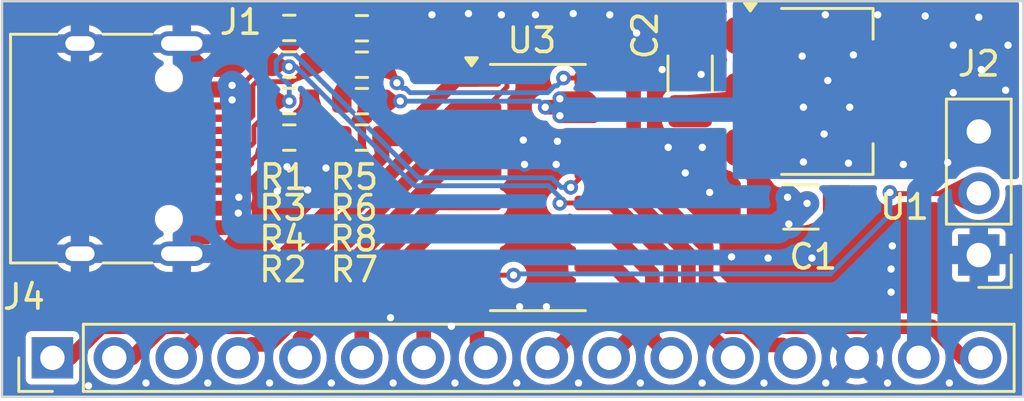
<source format=kicad_pcb>
(kicad_pcb (version 20241229) (generator "pcbnew") (generator_version "9.0")
  (layers (0 "F.Cu" signal) (2 "B.Cu" signal) (13 "F.Paste" user) (15 "B.Paste" user) (5 "F.SilkS" user "F.Silks") (7 "B.SilkS" user "B.Silks") (1 "F.Mask" user) (3 "B.Mask" user) (25 "Edge.Cuts" user))
  (net 0 "")
  (net 1 "GND")
  (net 2 "Net-(U1-VI)")
  (net 3 "VCC")
  (net 4 "Net-(J1-CC1)")
  (net 5 "Net-(J1-D+-PadA6)")
  (net 6 "Net-(J1-D--PadA7)")
  (net 8 "Net-(J1-CC2)")
  (net 10 "Net-(J2-Pin_2)")
  (net 11 "Net-(J4-Pin_10)")
  (net 12 "Net-(J4-Pin_1)")
  (net 13 "Net-(J4-Pin_3)")
  (net 14 "Net-(J4-Pin_4)")
  (net 15 "Net-(J4-Pin_5)")
  (net 16 "Net-(J4-Pin_11)")
  (net 17 "Net-(J4-Pin_12)")
  (net 18 "Net-(J4-Pin_13)")
  (net 19 "Net-(J4-Pin_2)")
  (net 20 "Net-(J4-Pin_6)")
  (net 21 "Net-(J4-Pin_16)")
  (net 22 "Net-(J4-Pin_9)")
  (net 23 "Net-(J4-Pin_8)")
  (footprint "Connector_PinHeader_2.54mm:PinHeader_1x03_P2.54mm_Vertical" (layer "F.Cu") (at 167.1 124.225 180)
    (property "Reference" "J2" (at 0 7.859 0) (layer "F.SilkS"))
    (property "Value" "Conn_01x03_Pin" (hide yes))
    (fp_line (start 1.33 1.27) (end 1.33 6.41) (stroke (width 0.12)) (layer "F.SilkS"))
    (fp_line (start -1.33 6.41) (end 1.33 6.41) (stroke (width 0.12)) (layer "F.SilkS"))
    (fp_line (start -1.33 1.27) (end 1.33 1.27) (stroke (width 0.12)) (layer "F.SilkS"))
    (fp_line (start -1.33 1.27) (end -1.33 6.41) (stroke (width 0.12)) (layer "F.SilkS"))
    (fp_line (start -1.33 0) (end -1.33 -1.33) (stroke (width 0.12)) (layer "F.SilkS"))
    (fp_line (start -1.33 -1.33) (end 0 -1.33) (stroke (width 0.12)) (layer "F.SilkS"))
    (pad "1" thru_hole rect (at 0 0 180) (size 1.7 1.7) (drill 1) (layers "*.Cu" "*.Mask") (net 1 "GND"))
    (pad "2" thru_hole oval (at 0 2.54 180) (size 1.7 1.7) (drill 1) (layers "*.Cu" "*.Mask") (net 10 "Net-(J2-Pin_2)"))
    (pad "3" thru_hole oval (at 0 5.08 180) (size 1.7 1.7) (drill 1) (layers "*.Cu" "*.Mask") (net 3 "VCC"))
  )
  (footprint "Capacitor_SMD:C_1206_3216Metric_Pad1.33x1.80mm_HandSolder" (layer "F.Cu") (at 159.8 122.25)
    (property "Reference" "C1" (at 0.5 2.05 0) (layer "F.SilkS"))
    (property "Value" "C" (hide yes))
    (fp_line (start -0.711252 -0.91) (end 0.711252 -0.91) (stroke (width 0.12)) (layer "F.SilkS"))
    (fp_line (start -0.711252 0.91) (end 0.711252 0.91) (stroke (width 0.12)) (layer "F.SilkS"))
    (pad "1" smd roundrect (at -1.5625 0) (size 1.325 1.8) (layers "F.Cu" "F.Mask" "F.Paste") (roundrect_rratio 0.188679) (net 2 "Net-(U1-VI)"))
    (pad "2" smd roundrect (at 1.5625 0) (size 1.325 1.8) (layers "F.Cu" "F.Mask" "F.Paste") (roundrect_rratio 0.188679) (net 1 "GND"))
  )
  (footprint "Connector_USB:USB_C_Receptacle_HRO_TYPE-C-31-M-12" (layer "F.Cu") (at 131.25 119.85 -90)
    (property "Reference" "J1" (at -5.2 -5.55 0) (layer "F.SilkS"))
    (property "Value" "USB_C_Receptacle_USB2.0" (hide yes))
    (fp_line (start -4.7 3.9) (end -4.7 2) (stroke (width 0.12)) (layer "F.SilkS"))
    (fp_line (start 4.7 3.9) (end -4.7 3.9) (stroke (width 0.12)) (layer "F.SilkS"))
    (fp_line (start 4.7 3.9) (end 4.7 2) (stroke (width 0.12)) (layer "F.SilkS"))
    (fp_line (start -4.7 0.1) (end -4.7 -1.9) (stroke (width 0.12)) (layer "F.SilkS"))
    (fp_line (start 4.7 0.1) (end 4.7 -1.9) (stroke (width 0.12)) (layer "F.SilkS"))
    (pad "" np_thru_hole circle (at -2.89 -2.6 270) (size 0.65 0.65) (drill 0.65) (layers "*.Cu" "*.Mask"))
    (pad "" np_thru_hole circle (at 2.89 -2.6 270) (size 0.65 0.65) (drill 0.65) (layers "*.Cu" "*.Mask"))
    (pad "A1" smd rect (at -3.25 -4.045 270) (size 0.6 1.45) (layers "F.Cu" "F.Mask" "F.Paste") (net 1 "GND"))
    (pad "A4" smd rect (at -2.45 -4.045 270) (size 0.6 1.45) (layers "F.Cu" "F.Mask" "F.Paste") (net 2 "Net-(U1-VI)"))
    (pad "A5" smd rect (at -1.25 -4.045 270) (size 0.3 1.45) (layers "F.Cu" "F.Mask" "F.Paste") (net 4 "Net-(J1-CC1)"))
    (pad "A6" smd rect (at -0.25 -4.045 270) (size 0.3 1.45) (layers "F.Cu" "F.Mask" "F.Paste") (net 5 "Net-(J1-D+-PadA6)"))
    (pad "A7" smd rect (at 0.25 -4.045 270) (size 0.3 1.45) (layers "F.Cu" "F.Mask" "F.Paste") (net 6 "Net-(J1-D--PadA7)"))
    (pad "A8" smd rect (at 1.25 -4.045 270) (size 0.3 1.45) (layers "F.Cu" "F.Mask" "F.Paste"))
    (pad "A9" smd rect (at 2.45 -4.045 270) (size 0.6 1.45) (layers "F.Cu" "F.Mask" "F.Paste") (net 2 "Net-(U1-VI)"))
    (pad "A12" smd rect (at 3.25 -4.045 270) (size 0.6 1.45) (layers "F.Cu" "F.Mask" "F.Paste") (net 1 "GND"))
    (pad "B1" smd rect (at 3.25 -4.045 270) (size 0.6 1.45) (layers "F.Cu" "F.Mask" "F.Paste") (net 1 "GND"))
    (pad "B4" smd rect (at 2.45 -4.045 270) (size 0.6 1.45) (layers "F.Cu" "F.Mask" "F.Paste") (net 2 "Net-(U1-VI)"))
    (pad "B5" smd rect (at 1.75 -4.045 270) (size 0.3 1.45) (layers "F.Cu" "F.Mask" "F.Paste") (net 8 "Net-(J1-CC2)"))
    (pad "B6" smd rect (at 0.75 -4.045 270) (size 0.3 1.45) (layers "F.Cu" "F.Mask" "F.Paste") (net 5 "Net-(J1-D+-PadA6)"))
    (pad "B7" smd rect (at -0.75 -4.045 270) (size 0.3 1.45) (layers "F.Cu" "F.Mask" "F.Paste") (net 6 "Net-(J1-D--PadA7)"))
    (pad "B8" smd rect (at -1.75 -4.045 270) (size 0.3 1.45) (layers "F.Cu" "F.Mask" "F.Paste"))
    (pad "B9" smd rect (at -2.45 -4.045 270) (size 0.6 1.45) (layers "F.Cu" "F.Mask" "F.Paste") (net 2 "Net-(U1-VI)"))
    (pad "B12" smd rect (at -3.25 -4.045 270) (size 0.6 1.45) (layers "F.Cu" "F.Mask" "F.Paste") (net 1 "GND"))
    (pad "S1" thru_hole oval (at -4.32 -3.13 270) (size 1 2.1) (drill oval 0.6 1.7) (layers "*.Cu" "*.Mask") (net 1 "GND"))
    (pad "S1" thru_hole oval (at -4.32 1.05 270) (size 1 1.6) (drill oval 0.6 1.2) (layers "*.Cu" "*.Mask") (net 1 "GND"))
    (pad "S1" thru_hole oval (at 4.32 -3.13 270) (size 1 2.1) (drill oval 0.6 1.7) (layers "*.Cu" "*.Mask") (net 1 "GND"))
    (pad "S1" thru_hole oval (at 4.32 1.05 270) (size 1 1.6) (drill oval 0.6 1.2) (layers "*.Cu" "*.Mask") (net 1 "GND"))
  )
  (footprint "Package_SO:SOP-16_3.9x9.9mm_P1.27mm" (layer "F.Cu") (at 149 121.45)
    (property "Reference" "U3" (at -0.25 -6.05 180) (layer "F.SilkS"))
    (property "Value" "CH32V003AxMx" (hide yes))
    (fp_line (start 0 -5.06) (end -1.95 -5.06) (stroke (width 0.12)) (layer "F.SilkS"))
    (fp_line (start 0 -5.06) (end 1.95 -5.06) (stroke (width 0.12)) (layer "F.SilkS"))
    (fp_line (start 0 5.06) (end -1.95 5.06) (stroke (width 0.12)) (layer "F.SilkS"))
    (fp_line (start 0 5.06) (end 1.95 5.06) (stroke (width 0.12)) (layer "F.SilkS"))
    (fp_poly (pts (xy -2.725 -5.005) (xy -2.965 -5.335) (xy -2.485 -5.335)) (stroke (width 0.12)) (fill yes) (layer "F.SilkS"))
    (pad "1" smd roundrect (at -2.5 -4.445) (size 2 0.6) (layers "F.Cu" "F.Mask" "F.Paste") (net 12 "Net-(J4-Pin_1)"))
    (pad "2" smd roundrect (at -2.5 -3.175) (size 2 0.6) (layers "F.Cu" "F.Mask" "F.Paste") (net 19 "Net-(J4-Pin_2)"))
    (pad "3" smd roundrect (at -2.5 -1.905) (size 2 0.6) (layers "F.Cu" "F.Mask" "F.Paste") (net 13 "Net-(J4-Pin_3)"))
    (pad "4" smd roundrect (at -2.5 -0.635) (size 2 0.6) (layers "F.Cu" "F.Mask" "F.Paste") (net 14 "Net-(J4-Pin_4)"))
    (pad "5" smd roundrect (at -2.5 0.635) (size 2 0.6) (layers "F.Cu" "F.Mask" "F.Paste") (net 15 "Net-(J4-Pin_5)"))
    (pad "6" smd roundrect (at -2.5 1.905) (size 2 0.6) (layers "F.Cu" "F.Mask" "F.Paste") (net 20 "Net-(J4-Pin_6)"))
    (pad "7" smd roundrect (at -2.5 3.175) (size 2 0.6) (layers "F.Cu" "F.Mask" "F.Paste") (net 10 "Net-(J2-Pin_2)"))
    (pad "8" smd roundrect (at -2.5 4.445) (size 2 0.6) (layers "F.Cu" "F.Mask" "F.Paste") (net 23 "Net-(J4-Pin_8)"))
    (pad "9" smd roundrect (at 2.5 4.445) (size 2 0.6) (layers "F.Cu" "F.Mask" "F.Paste") (net 22 "Net-(J4-Pin_9)"))
    (pad "10" smd roundrect (at 2.5 3.175) (size 2 0.6) (layers "F.Cu" "F.Mask" "F.Paste") (net 11 "Net-(J4-Pin_10)"))
    (pad "11" smd roundrect (at 2.5 1.905) (size 2 0.6) (layers "F.Cu" "F.Mask" "F.Paste") (net 16 "Net-(J4-Pin_11)"))
    (pad "12" smd roundrect (at 2.5 0.635) (size 2 0.6) (layers "F.Cu" "F.Mask" "F.Paste") (net 17 "Net-(J4-Pin_12)"))
    (pad "13" smd roundrect (at 2.5 -0.635) (size 2 0.6) (layers "F.Cu" "F.Mask" "F.Paste") (net 18 "Net-(J4-Pin_13)"))
    (pad "14" smd roundrect (at 2.5 -1.905) (size 2 0.6) (layers "F.Cu" "F.Mask" "F.Paste") (net 1 "GND"))
    (pad "15" smd roundrect (at 2.5 -3.175) (size 2 0.6) (layers "F.Cu" "F.Mask" "F.Paste") (net 3 "VCC"))
    (pad "16" smd roundrect (at 2.5 -4.445) (size 2 0.6) (layers "F.Cu" "F.Mask" "F.Paste") (net 21 "Net-(J4-Pin_16)"))
  )
  (footprint "Connector_PinHeader_2.54mm:PinHeader_1x16_P2.54mm_Vertical" (layer "F.Cu") (at 129.07 128.45 90)
    (property "Reference" "J4" (at 2.5 -1.17 180) (layer "F.SilkS"))
    (property "Value" "Conn_01x16_Pin" (hide yes))
    (fp_line (start -1.38 -1.38) (end 0 -1.38) (stroke (width 0.12)) (layer "F.SilkS"))
    (fp_line (start -1.38 0) (end -1.38 -1.38) (stroke (width 0.12)) (layer "F.SilkS"))
    (fp_line (start 1.38 1.27) (end 1.38 39.48) (stroke (width 0.12)) (layer "F.SilkS"))
    (fp_line (start -1.38 1.27) (end 1.38 1.27) (stroke (width 0.12)) (layer "F.SilkS"))
    (fp_line (start -1.38 1.27) (end -1.38 39.48) (stroke (width 0.12)) (layer "F.SilkS"))
    (fp_line (start -1.38 39.48) (end 1.38 39.48) (stroke (width 0.12)) (layer "F.SilkS"))
    (pad "1" thru_hole rect (at 0 0 90) (size 1.7 1.7) (drill 1) (layers "*.Cu" "*.Mask") (net 12 "Net-(J4-Pin_1)"))
    (pad "2" thru_hole circle (at 0 2.54 90) (size 1.7 1.7) (drill 1) (layers "*.Cu" "*.Mask") (net 19 "Net-(J4-Pin_2)"))
    (pad "3" thru_hole circle (at 0 5.08 90) (size 1.7 1.7) (drill 1) (layers "*.Cu" "*.Mask") (net 13 "Net-(J4-Pin_3)"))
    (pad "4" thru_hole circle (at 0 7.62 90) (size 1.7 1.7) (drill 1) (layers "*.Cu" "*.Mask") (net 14 "Net-(J4-Pin_4)"))
    (pad "5" thru_hole circle (at 0 10.16 90) (size 1.7 1.7) (drill 1) (layers "*.Cu" "*.Mask") (net 15 "Net-(J4-Pin_5)"))
    (pad "6" thru_hole circle (at 0 12.7 90) (size 1.7 1.7) (drill 1) (layers "*.Cu" "*.Mask") (net 20 "Net-(J4-Pin_6)"))
    (pad "7" thru_hole circle (at 0 15.24 90) (size 1.7 1.7) (drill 1) (layers "*.Cu" "*.Mask") (net 10 "Net-(J2-Pin_2)"))
    (pad "8" thru_hole circle (at 0 17.78 90) (size 1.7 1.7) (drill 1) (layers "*.Cu" "*.Mask") (net 23 "Net-(J4-Pin_8)"))
    (pad "9" thru_hole circle (at 0 20.32 90) (size 1.7 1.7) (drill 1) (layers "*.Cu" "*.Mask") (net 22 "Net-(J4-Pin_9)"))
    (pad "10" thru_hole circle (at 0 22.86 90) (size 1.7 1.7) (drill 1) (layers "*.Cu" "*.Mask") (net 11 "Net-(J4-Pin_10)"))
    (pad "11" thru_hole circle (at 0 25.4 90) (size 1.7 1.7) (drill 1) (layers "*.Cu" "*.Mask") (net 16 "Net-(J4-Pin_11)"))
    (pad "12" thru_hole circle (at 0 27.94 90) (size 1.7 1.7) (drill 1) (layers "*.Cu" "*.Mask") (net 17 "Net-(J4-Pin_12)"))
    (pad "13" thru_hole circle (at 0 30.48 90) (size 1.7 1.7) (drill 1) (layers "*.Cu" "*.Mask") (net 18 "Net-(J4-Pin_13)"))
    (pad "14" thru_hole circle (at 0 33.02 90) (size 1.7 1.7) (drill 1) (layers "*.Cu" "*.Mask") (net 1 "GND"))
    (pad "15" thru_hole circle (at 0 35.56 90) (size 1.7 1.7) (drill 1) (layers "*.Cu" "*.Mask") (net 3 "VCC"))
    (pad "16" thru_hole circle (at 0 38.1 90) (size 1.7 1.7) (drill 1) (layers "*.Cu" "*.Mask") (net 21 "Net-(J4-Pin_16)"))
  )
  (footprint "Capacitor_SMD:C_1206_3216Metric_Pad1.33x1.80mm_HandSolder" (layer "F.Cu") (at 155.25 116.75 90)
    (property "Reference" "C2" (at 1.55 -1.85 90) (layer "F.SilkS"))
    (property "Value" "C")
    (fp_line (start -0.711252 -0.91) (end 0.711252 -0.91) (stroke (width 0.12)) (layer "F.SilkS"))
    (fp_line (start -0.711252 0.91) (end 0.711252 0.91) (stroke (width 0.12)) (layer "F.SilkS"))
    (pad "1" smd roundrect (at -1.5625 0 90) (size 1.325 1.8) (layers "F.Cu" "F.Mask" "F.Paste") (roundrect_rratio 0.188679) (net 3 "VCC"))
    (pad "2" smd roundrect (at 1.5625 0 90) (size 1.325 1.8) (layers "F.Cu" "F.Mask" "F.Paste") (roundrect_rratio 0.188679) (net 1 "GND"))
  )
  (footprint "Resistor_SMD:R_0603_1608Metric" (layer "F.Cu") (at 141.775 114.903936)
    (property "Reference" "R5" (at -0.312134 6.118996 0) (layer "F.SilkS"))
    (property "Value" "R_US" (hide yes))
    (fp_line (start -0.237258 -0.5225) (end 0.237258 -0.5225) (stroke (width 0.12)) (layer "F.SilkS"))
    (fp_line (start -0.237258 0.5225) (end 0.237258 0.5225) (stroke (width 0.12)) (layer "F.SilkS"))
    (pad "1" smd roundrect (at -0.825 0) (size 0.8 0.95) (layers "F.Cu" "F.Mask" "F.Paste") (net 6 "Net-(J1-D--PadA7)"))
    (pad "2" smd roundrect (at 0.825 0) (size 0.8 0.95) (layers "F.Cu" "F.Mask" "F.Paste") (net 19 "Net-(J4-Pin_2)"))
  )
  (footprint "Resistor_SMD:R_0603_1608Metric" (layer "F.Cu") (at 138.793933 116.392409 180)
    (property "Reference" "R3" (at 0.256067 -5.897188 0) (layer "F.SilkS"))
    (property "Value" "R_US" (hide yes))
    (fp_line (start 0.237258 0.5225) (end -0.237258 0.5225) (stroke (width 0.12)) (layer "F.SilkS"))
    (fp_line (start 0.237258 -0.5225) (end -0.237258 -0.5225) (stroke (width 0.12)) (layer "F.SilkS"))
    (pad "1" smd roundrect (at -0.825 0 180) (size 0.8 0.95) (layers "F.Cu" "F.Mask" "F.Paste") (net 6 "Net-(J1-D--PadA7)"))
    (pad "2" smd roundrect (at 0.825 0 180) (size 0.8 0.95) (layers "F.Cu" "F.Mask" "F.Paste") (net 17 "Net-(J4-Pin_12)"))
  )
  (footprint "Resistor_SMD:R_0603_1608Metric" (layer "F.Cu") (at 141.775 116.401968)
    (property "Reference" "R6" (at -0.331067 5.88763 0) (layer "F.SilkS"))
    (property "Value" "R_US" (hide yes))
    (fp_line (start -0.237258 -0.5225) (end 0.237258 -0.5225) (stroke (width 0.12)) (layer "F.SilkS"))
    (fp_line (start -0.237258 0.5225) (end 0.237258 0.5225) (stroke (width 0.12)) (layer "F.SilkS"))
    (pad "1" smd roundrect (at -0.825 0) (size 0.8 0.95) (layers "F.Cu" "F.Mask" "F.Paste") (net 6 "Net-(J1-D--PadA7)"))
    (pad "2" smd roundrect (at 0.825 0) (size 0.8 0.95) (layers "F.Cu" "F.Mask" "F.Paste") (net 21 "Net-(J4-Pin_16)"))
  )
  (footprint "Resistor_SMD:R_0603_1608Metric" (layer "F.Cu") (at 138.793933 117.89522 180)
    (property "Reference" "R4" (at 0.256067 -5.661042 0) (layer "F.SilkS"))
    (property "Value" "R_US" (hide yes))
    (fp_line (start 0.237258 0.5225) (end -0.237258 0.5225) (stroke (width 0.12)) (layer "F.SilkS"))
    (fp_line (start 0.237258 -0.5225) (end -0.237258 -0.5225) (stroke (width 0.12)) (layer "F.SilkS"))
    (pad "1" smd roundrect (at -0.825 0 180) (size 0.8 0.95) (layers "F.Cu" "F.Mask" "F.Paste") (net 5 "Net-(J1-D+-PadA6)"))
    (pad "2" smd roundrect (at 0.825 0 180) (size 0.8 0.95) (layers "F.Cu" "F.Mask" "F.Paste") (net 18 "Net-(J4-Pin_13)"))
  )
  (footprint "Package_TO_SOT_SMD:SOT-223-3_TabPin2" (layer "F.Cu") (at 160.85 117.5)
    (property "Reference" "U1" (at 3.2 4.75 0) (layer "F.SilkS"))
    (property "Value" "AMS1117-3.3" (hide yes))
    (fp_line (start -1.85 -3.41) (end 1.91 -3.41) (stroke (width 0.12)) (layer "F.SilkS"))
    (fp_line (start -1.85 3.41) (end 1.91 3.41) (stroke (width 0.12)) (layer "F.SilkS"))
    (fp_line (start 1.91 -3.41) (end 1.91 -2.15) (stroke (width 0.12)) (layer "F.SilkS"))
    (fp_line (start 1.91 3.41) (end 1.91 2.15) (stroke (width 0.12)) (layer "F.SilkS"))
    (fp_poly (pts (xy -3.13 -3.31) (xy -3.37 -3.64) (xy -2.89 -3.64) (xy -3.13 -3.31)) (stroke (width 0.12)) (fill yes) (layer "F.SilkS"))
    (pad "1" smd roundrect (at -3.15 -2.3) (size 2 1.5) (layers "F.Cu" "F.Mask" "F.Paste") (net 1 "GND"))
    (pad "2" smd roundrect (at -3.15 0) (size 2 1.5) (layers "F.Cu" "F.Mask" "F.Paste") (net 3 "VCC"))
    (pad "2" smd roundrect (at 3.15 0) (size 2 3.8) (layers "F.Cu" "F.Mask" "F.Paste") (net 3 "VCC"))
    (pad "3" smd roundrect (at -3.15 2.3) (size 2 1.5) (layers "F.Cu" "F.Mask" "F.Paste") (net 2 "Net-(U1-VI)"))
  )
  (footprint "Resistor_SMD:R_0603_1608Metric" (layer "F.Cu") (at 141.775 119.398032)
    (property "Reference" "R7" (at -0.312134 5.424898 0) (layer "F.SilkS"))
    (property "Value" "R_US" (hide yes))
    (fp_line (start -0.237258 -0.5225) (end 0.237258 -0.5225) (stroke (width 0.12)) (layer "F.SilkS"))
    (fp_line (start -0.237258 0.5225) (end 0.237258 0.5225) (stroke (width 0.12)) (layer "F.SilkS"))
    (pad "1" smd roundrect (at -0.825 0) (size 0.8 0.95) (layers "F.Cu" "F.Mask" "F.Paste") (net 5 "Net-(J1-D+-PadA6)"))
    (pad "2" smd roundrect (at 0.825 0) (size 0.8 0.95) (layers "F.Cu" "F.Mask" "F.Paste") (net 12 "Net-(J4-Pin_1)"))
  )
  (footprint "Resistor_SMD:R_0603_1608Metric" (layer "F.Cu") (at 141.775 117.9)
    (property "Reference" "R8" (at -0.334613 5.656264 0) (layer "F.SilkS"))
    (property "Value" "R_US" (hide yes))
    (fp_line (start -0.237258 -0.5225) (end 0.237258 -0.5225) (stroke (width 0.12)) (layer "F.SilkS"))
    (fp_line (start -0.237258 0.5225) (end 0.237258 0.5225) (stroke (width 0.12)) (layer "F.SilkS"))
    (pad "1" smd roundrect (at -0.825 0) (size 0.8 0.95) (layers "F.Cu" "F.Mask" "F.Paste") (net 6 "Net-(J1-D--PadA7)"))
    (pad "2" smd roundrect (at 0.825 0) (size 0.8 0.95) (layers "F.Cu" "F.Mask" "F.Paste") (net 3 "VCC"))
  )
  (footprint "Resistor_SMD:R_0603_1608Metric" (layer "F.Cu") (at 138.793933 119.398031)
    (property "Reference" "R2" (at -0.256067 5.424896 0) (layer "F.SilkS"))
    (property "Value" "R_US" (hide yes))
    (fp_line (start -0.237258 -0.5225) (end 0.237258 -0.5225) (stroke (width 0.12)) (layer "F.SilkS"))
    (fp_line (start -0.237258 0.5225) (end 0.237258 0.5225) (stroke (width 0.12)) (layer "F.SilkS"))
    (pad "1" smd roundrect (at -0.825 0) (size 0.8 0.95) (layers "F.Cu" "F.Mask" "F.Paste") (net 8 "Net-(J1-CC2)"))
    (pad "2" smd roundrect (at 0.825 0) (size 0.8 0.95) (layers "F.Cu" "F.Mask" "F.Paste") (net 1 "GND"))
  )
  (footprint "Resistor_SMD:R_0603_1608Metric" (layer "F.Cu") (at 138.793933 114.889598)
    (property "Reference" "R1" (at -0.231067 6.133334 0) (layer "F.SilkS"))
    (property "Value" "R_US" (hide yes))
    (fp_line (start -0.237258 -0.5225) (end 0.237258 -0.5225) (stroke (width 0.12)) (layer "F.SilkS"))
    (fp_line (start -0.237258 0.5225) (end 0.237258 0.5225) (stroke (width 0.12)) (layer "F.SilkS"))
    (pad "1" smd roundrect (at -0.825 0) (size 0.8 0.95) (layers "F.Cu" "F.Mask" "F.Paste") (net 4 "Net-(J1-CC1)"))
    (pad "2" smd roundrect (at 0.825 0) (size 0.8 0.95) (layers "F.Cu" "F.Mask" "F.Paste") (net 1 "GND"))
  )
  (gr_rect (start 127 113.792) (end 168.924 130.048) (stroke (width 0.1)) (fill no) (layer "Edge.Cuts"))
  (segment (start 134.945 123.15) (end 135.245 123.15) (width 0.6) (layer "F.Cu") (net 1))
  (segment (start 135.245 123.15) (end 135.295 123.1) (width 0.6) (layer "F.Cu") (net 1))
  (segment (start 135.15 123.1) (end 134.38 123.87) (width 0.6) (layer "F.Cu") (net 1))
  (segment (start 134.38 123.87) (end 134.38 124.17) (width 0.6) (layer "F.Cu") (net 1))
  (segment (start 135.295 123.1) (end 135.15 123.1) (width 0.6) (layer "F.Cu") (net 1))
  (segment (start 135.295 116.6) (end 134.275 115.58) (width 0.6) (layer "F.Cu") (net 1))
  (segment (start 134.275 115.58) (end 134.03 115.58) (width 0.6) (layer "F.Cu") (net 1))
  (via (at 143.057792 129.484503) (size 0.6) (drill 0.3) (layers "F.Cu" "B.Cu") (net 1))
  (via (at 140.520835 129.484503) (size 0.6) (drill 0.3) (layers "F.Cu" "B.Cu") (net 1))
  (via (at 132.909964 129.484503) (size 0.6) (drill 0.3) (layers "F.Cu" "B.Cu") (net 1))
  (via (at 155.75 119.8) (size 0.6) (drill 0.3) (layers "F.Cu" "B.Cu") (net 1))
  (via (at 153.05 115.1) (size 0.6) (drill 0.3) (layers "F.Cu" "B.Cu") (net 1))
  (via (at 155.7 116.8) (size 0.6) (drill 0.3) (layers "F.Cu" "B.Cu") (net 1))
  (via (at 145.594749 129.484503) (size 0.6) (drill 0.3) (layers "F.Cu" "B.Cu") (net 1))
  (via (at 158.45 124.35) (size 0.6) (drill 0.3) (layers "F.Cu" "B.Cu") (net 1))
  (via (at 142.95 126.8) (size 0.6) (drill 0.3) (layers "F.Cu" "B.Cu") (net 1))
  (via (at 155.742577 129.484503) (size 0.6) (drill 0.3) (layers "F.Cu" "B.Cu") (net 1))
  (via (at 146.15 114.3) (size 0.6) (drill 0.3) (layers "F.Cu" "B.Cu") (net 1))
  (via (at 154.1 116.6) (size 0.6) (drill 0.3) (layers "F.Cu" "B.Cu") (net 1))
  (via (at 148.25 126.35) (size 0.6) (drill 0.3) (layers "F.Cu" "B.Cu") (net 1))
  (via (at 150.668663 129.484503) (size 0.6) (drill 0.3) (layers "F.Cu" "B.Cu") (net 1))
  (via (at 163.55 123.85) (size 0.6) (drill 0.3) (layers "F.Cu" "B.Cu") (net 1))
  (via (at 145.45 127.15) (size 0.6) (drill 0.3) (layers "F.Cu" "B.Cu") (net 1))
  (via (at 156.05 121.65) (size 0.6) (drill 0.3) (layers "F.Cu" "B.Cu") (net 1))
  (via (at 154.35 119.8) (size 0.6) (drill 0.3) (layers "F.Cu" "B.Cu") (net 1))
  (via (at 149.75 120.5) (size 0.6) (drill 0.3) (layers "F.Cu" "B.Cu") (net 1))
  (via (at 139.55 121.55) (size 0.6) (drill 0.3) (layers "F.Cu" "B.Cu") (net 1))
  (via (at 148.4 119.5) (size 0.6) (drill 0.3) (layers "F.Cu" "B.Cu") (net 1))
  (via (at 160.816491 129.484503) (size 0.6) (drill 0.3) (layers "F.Cu" "B.Cu") (net 1))
  (via (at 163.5 125.75) (size 0.6) (drill 0.3) (layers "F.Cu" "B.Cu") (net 1))
  (via (at 163.353448 129.484503) (size 0.6) (drill 0.3) (layers "F.Cu" "B.Cu") (net 1))
  (via (at 137.983878 129.484503) (size 0.6) (drill 0.3) (layers "F.Cu" "B.Cu") (net 1))
  (via (at 144.65 114.35) (size 0.6) (drill 0.3) (layers "F.Cu" "B.Cu") (net 1))
  (via (at 153.20562 129.484503) (size 0.6) (drill 0.3) (layers "F.Cu" "B.Cu") (net 1))
  (via (at 148.131706 129.484503) (size 0.6) (drill 0.3) (layers "F.Cu" "B.Cu") (net 1))
  (via (at 130.55 129.6) (size 0.6) (drill 0.3) (layers "F.Cu" "B.Cu") (net 1))
  (via (at 138.3 121.6) (size 0.6) (drill 0.3) (layers "F.Cu" "B.Cu") (net 1))
  (via (at 148.45 120.5) (size 0.6) (drill 0.3) (layers "F.Cu" "B.Cu") (net 1))
  (via (at 149.8 119.55) (size 0.6) (drill 0.3) (layers "F.Cu" "B.Cu") (net 1))
  (via (at 140.3 120.65) (size 0.6) (drill 0.3) (layers "F.Cu" "B.Cu") (net 1))
  (via (at 155.05 120.85) (size 0.6) (drill 0.3) (layers "F.Cu" "B.Cu") (net 1))
  (via (at 147.5 114.35) (size 0.6) (drill 0.3) (layers "F.Cu" "B.Cu") (net 1))
  (via (at 150.45 114.3) (size 0.6) (drill 0.3) (layers "F.Cu" "B.Cu") (net 1))
  (via (at 165.890405 129.484503) (size 0.6) (drill 0.3) (layers "F.Cu" "B.Cu") (net 1))
  (via (at 163.5 124.8) (size 0.6) (drill 0.3) (layers "F.Cu" "B.Cu") (net 1))
  (via (at 151.95 114.35) (size 0.6) (drill 0.3) (layers "F.Cu" "B.Cu") (net 1))
  (via (at 149.35 126.35) (size 0.6) (drill 0.3) (layers "F.Cu" "B.Cu") (net 1))
  (via (at 156.95 124.3) (size 0.6) (drill 0.3) (layers "F.Cu" "B.Cu") (net 1))
  (via (at 158.279534 129.484503) (size 0.6) (drill 0.3) (layers "F.Cu" "B.Cu") (net 1))
  (via (at 135.446921 129.484503) (size 0.6) (drill 0.3) (layers "F.Cu" "B.Cu") (net 1))
  (via (at 138.7 120.6) (size 0.6) (drill 0.3) (layers "F.Cu" "B.Cu") (net 1))
  (via (at 148.9 114.35) (size 0.6) (drill 0.3) (layers "F.Cu" "B.Cu") (net 1))
  (via (at 160.25 124.35) (size 0.6) (drill 0.3) (layers "F.Cu" "B.Cu") (net 1))
  (segment (start 135.295 117.4) (end 136.35 117.4) (width 0.6) (layer "F.Cu") (net 2))
  (segment (start 136.5 122.3) (end 135.295 122.3) (width 0.6) (layer "F.Cu") (net 2))
  (segment (start 158.2375 122.25) (end 158.85 122.25) (width 1) (layer "F.Cu") (net 2))
  (segment (start 136.722 121.85) (end 136.272 122.3) (width 0.6) (layer "F.Cu") (net 2))
  (segment (start 136.7 122.5) (end 136.5 122.3) (width 0.6) (layer "F.Cu") (net 2))
  (segment (start 136.445 117.25) (end 136.245 117.45) (width 0.6) (layer "F.Cu") (net 2))
  (segment (start 136.272 122.3) (end 135.295 122.3) (width 0.6) (layer "F.Cu") (net 2))
  (segment (start 136.35 117.4) (end 136.445 117.495) (width 0.6) (layer "F.Cu") (net 2))
  (segment (start 160.05 122.1) (end 159.9 122.25) (width 1) (layer "F.Cu") (net 2))
  (segment (start 159.9 122.25) (end 159.65 122.25) (width 1) (layer "F.Cu") (net 2))
  (segment (start 159.65 122.25) (end 159.25 121.85) (width 1) (layer "F.Cu") (net 2))
  (segment (start 158.2375 122.25) (end 157.7 119.8) (width 0.6) (layer "F.Cu") (net 2))
  (segment (start 136.445 117.495) (end 136.445 117.85) (width 0.6) (layer "F.Cu") (net 2))
  (segment (start 136.245 117.45) (end 134.945 117.45) (width 0.6) (layer "F.Cu") (net 2))
  (segment (start 158.85 122.25) (end 159.25 121.85) (width 1) (layer "F.Cu") (net 2))
  (via (at 159.3 122.95) (size 0.6) (drill 0.3) (layers "F.Cu" "B.Cu") (net 2))
  (via (at 159.25 121.85) (size 0.6) (drill 0.3) (layers "F.Cu" "B.Cu") (net 2))
  (via (at 136.7 122.5) (size 0.6) (drill 0.3) (layers "F.Cu" "B.Cu") (net 2))
  (via (at 136.722 121.85) (size 0.6) (drill 0.3) (layers "F.Cu" "B.Cu") (net 2))
  (via (at 160.05 122.1) (size 0.6) (drill 0.3) (layers "F.Cu" "B.Cu") (net 2))
  (via (at 136.445 117.25) (size 0.6) (drill 0.3) (layers "F.Cu" "B.Cu") (net 2))
  (via (at 136.445 117.85) (size 0.6) (drill 0.3) (layers "F.Cu" "B.Cu") (net 2))
  (segment (start 136.445 117.85) (end 136.445 117.25) (width 1) (layer "B.Cu") (net 2))
  (segment (start 136.722 118.172) (end 136.445 117.895) (width 1) (layer "B.Cu") (net 2))
  (segment (start 136.846998 123.15) (end 158.85 123.15) (width 1.2) (layer "B.Cu") (net 2))
  (segment (start 159.25 121.85) (end 159.3 121.9) (width 1) (layer "B.Cu") (net 2))
  (segment (start 159.3 122.95) (end 159.3 122.85) (width 1) (layer "B.Cu") (net 2))
  (segment (start 159.3 121.9) (end 159.3 122.85) (width 1) (layer "B.Cu") (net 2))
  (segment (start 159.05 122.95) (end 159.3 122.95) (width 1.2) (layer "B.Cu") (net 2))
  (segment (start 159.3 122.85) (end 160.05 122.1) (width 1) (layer "B.Cu") (net 2))
  (segment (start 136.622 122.925002) (end 136.846998 123.15) (width 1.2) (layer "B.Cu") (net 2))
  (segment (start 136.445 117.895) (end 136.445 117.85) (width 1) (layer "B.Cu") (net 2))
  (segment (start 158.85 123.15) (end 159.05 122.95) (width 1.2) (layer "B.Cu") (net 2))
  (segment (start 136.445 117.25) (end 136.622 117.427) (width 1.2) (layer "B.Cu") (net 2))
  (segment (start 136.622 117.427) (end 136.622 122.925002) (width 1.2) (layer "B.Cu") (net 2))
  (segment (start 136.7 122.5) (end 136.7 122.189207) (width 1) (layer "B.Cu") (net 2))
  (segment (start 149.9 117.8) (end 151.025 117.8) (width 0.6) (layer "F.Cu") (net 3))
  (segment (start 151.275 118.5) (end 151.5 118.275) (width 0.6) (layer "F.Cu") (net 3))
  (segment (start 151.375 118.15) (end 151.5 118.275) (width 0.6) (layer "F.Cu") (net 3))
  (segment (start 149.3 118.15) (end 151.375 118.15) (width 0.6) (layer "F.Cu") (net 3))
  (segment (start 155.25 118.3125) (end 157.7 117.5) (width 0.6) (layer "F.Cu") (net 3))
  (segment (start 151.025 117.8) (end 151.5 118.275) (width 0.6) (layer "F.Cu") (net 3))
  (segment (start 149.9 118.5) (end 151.275 118.5) (width 0.6) (layer "F.Cu") (net 3))
  (segment (start 142.6 117.9) (end 143.35 117.9) (width 0.2) (layer "F.Cu") (net 3))
  (via (at 162.95 114.35) (size 0.6) (drill 0.3) (layers "F.Cu" "B.Cu") (net 3))
  (via (at 149.9 117.8) (size 0.6) (drill 0.3) (layers "F.Cu" "B.Cu") (net 3))
  (via (at 149.3 118.15) (size 0.6) (drill 0.3) (layers "F.Cu" "B.Cu") (net 3))
  (via (at 164 120.5) (size 0.6) (drill 0.3) (layers "F.Cu" "B.Cu") (net 3))
  (via (at 159.85 116.05) (size 0.6) (drill 0.3) (layers "F.Cu" "B.Cu") (net 3))
  (via (at 160.8 114.35) (size 0.6) (drill 0.3) (layers "F.Cu" "B.Cu") (net 3))
  (via (at 159.9 120.4) (size 0.6) (drill 0.3) (layers "F.Cu" "B.Cu") (net 3))
  (via (at 161.8 118.15) (size 0.6) (drill 0.3) (layers "F.Cu" "B.Cu") (net 3))
  (via (at 161.75 120.45) (size 0.6) (drill 0.3) (layers "F.Cu" "B.Cu") (net 3))
  (via (at 165.8225 120.4225) (size 0.6) (drill 0.3) (layers "F.Cu" "B.Cu") (net 3))
  (via (at 161.95 116) (size 0.6) (drill 0.3) (layers "F.Cu" "B.Cu") (net 3))
  (via (at 164.9 114.4) (size 0.6) (drill 0.3) (layers "F.Cu" "B.Cu") (net 3))
  (via (at 166.05 115.6) (size 0.6) (drill 0.3) (layers "F.Cu" "B.Cu") (net 3))
  (via (at 166.05 117.55) (size 0.6) (drill 0.3) (layers "F.Cu" "B.Cu") (net 3))
  (via (at 168.3 115.6) (size 0.6) (drill 0.3) (layers "F.Cu" "B.Cu") (net 3))
  (via (at 159.9 118.15) (size 0.6) (drill 0.3) (layers "F.Cu" "B.Cu") (net 3))
  (via (at 168.2 117.45) (size 0.6) (drill 0.3) (layers "F.Cu" "B.Cu") (net 3))
  (via (at 149.9 118.5) (size 0.6) (drill 0.3) (layers "F.Cu" "B.Cu") (net 3))
  (via (at 143.35 117.9) (size 0.6) (drill 0.3) (layers "F.Cu" "B.Cu") (net 3))
  (via (at 160.75 119.25) (size 0.6) (drill 0.3) (layers "F.Cu" "B.Cu") (net 3))
  (via (at 160.9 117.05) (size 0.6) (drill 0.3) (layers "F.Cu" "B.Cu") (net 3))
  (via (at 167.2 116.6) (size 0.6) (drill 0.3) (layers "F.Cu" "B.Cu") (net 3))
  (via (at 167.1 114.45) (size 0.6) (drill 0.3) (layers "F.Cu" "B.Cu") (net 3))
  (segment (start 164.65 121.595) (end 165.8225 120.4225) (width 1) (layer "B.Cu") (net 3))
  (segment (start 164.63 128.45) (end 164.65 128.43) (width 1) (layer "B.Cu") (net 3))
  (segment (start 143.35 117.9) (end 149.05 117.9) (width 0.2) (layer "B.Cu") (net 3))
  (segment (start 150.05 118.25) (end 157.9 118.25) (width 1) (layer "B.Cu") (net 3))
  (segment (start 164.65 128.43) (end 164.65 121.595) (width 1) (layer "B.Cu") (net 3))
  (segment (start 165.8225 120.4225) (end 167.1 119.145) (width 1) (layer "B.Cu") (net 3))
  (segment (start 149.05 117.9) (end 149.3 118.15) (width 0.2) (layer "B.Cu") (net 3))
  (segment (start 136.972 118.328) (end 136.972 117.114138) (width 0.2) (layer "F.Cu") (net 4))
  (segment (start 137.340933 116.745205) (end 137.340933 115.934585) (width 0.2) (layer "F.Cu") (net 4))
  (segment (start 134.945 118.65) (end 136.65 118.65) (width 0.2) (layer "F.Cu") (net 4))
  (segment (start 136.65 118.65) (end 136.972 118.328) (width 0.2) (layer "F.Cu") (net 4))
  (segment (start 137.340933 115.934585) (end 137.586109 115.689409) (width 0.2) (layer "F.Cu") (net 4))
  (segment (start 137.586109 115.689409) (end 137.586109 115.663891) (width 0.2) (layer "F.Cu") (net 4))
  (segment (start 136.972 117.114138) (end 137.340933 116.745205) (width 0.2) (layer "F.Cu") (net 4))
  (segment (start 137.586109 115.663891) (end 137.968933 115.281067) (width 0.2) (layer "F.Cu") (net 4))
  (segment (start 137.968933 115.281067) (end 137.968933 114.889598) (width 0.2) (layer "F.Cu") (net 4))
  (segment (start 137.340933 118.940207) (end 137.340933 119.609067) (width 0.2) (layer "F.Cu") (net 5))
  (segment (start 139.618933 118.066965) (end 140.95 119.398032) (width 0.2) (layer "F.Cu") (net 5))
  (segment (start 136.22 120.6) (end 135.295 120.6) (width 0.2) (layer "F.Cu") (net 5))
  (segment (start 138.819122 118.695031) (end 137.586109 118.695031) (width 0.2) (layer "F.Cu") (net 5))
  (segment (start 137.228 119.722) (end 136.248 119.722) (width 0.2) (layer "F.Cu") (net 5))
  (segment (start 137.340933 119.609067) (end 137.228 119.722) (width 0.2) (layer "F.Cu") (net 5))
  (segment (start 139.618933 117.89522) (end 138.819122 118.695031) (width 0.2) (layer "F.Cu") (net 5))
  (segment (start 135.7 120.65) (end 134.945 120.65) (width 0.2) (layer "F.Cu") (net 5))
  (segment (start 139.618933 117.89522) (end 139.618933 118.066965) (width 0.2) (layer "F.Cu") (net 5))
  (segment (start 136.126 119.6) (end 136.248 119.722) (width 0.2) (layer "F.Cu") (net 5))
  (segment (start 137.586109 118.695031) (end 137.340933 118.940207) (width 0.2) (layer "F.Cu") (net 5))
  (segment (start 136.248 119.722) (end 136.248 120.572) (width 0.2) (layer "F.Cu") (net 5))
  (segment (start 135.295 119.6) (end 136.126 119.6) (width 0.2) (layer "F.Cu") (net 5))
  (segment (start 136.248 120.572) (end 136.22 120.6) (width 0.2) (layer "F.Cu") (net 5))
  (segment (start 138.911342 117.1) (end 137.45 117.1) (width 0.2) (layer "F.Cu") (net 6))
  (segment (start 140.940441 116.392409) (end 140.95 116.401968) (width 0.2) (layer "F.Cu") (net 6))
  (segment (start 134.15 119.15) (end 133.968 119.332) (width 0.2) (layer "F.Cu") (net 6))
  (segment (start 140.95 117.9) (end 140.95 116.401968) (width 0.2) (layer "F.Cu") (net 6))
  (segment (start 136.65 119.15) (end 134.15 119.15) (width 0.2) (layer "F.Cu") (net 6))
  (segment (start 137.3 118.5) (end 136.65 119.15) (width 0.2) (layer "F.Cu") (net 6))
  (segment (start 137.3 117.25) (end 137.3 118.5) (width 0.2) (layer "F.Cu") (net 6))
  (segment (start 134.15 120.15) (end 134.945 120.15) (width 0.2) (layer "F.Cu") (net 6))
  (segment (start 139.618933 116.392409) (end 140.940441 116.392409) (width 0.2) (layer "F.Cu") (net 6))
  (segment (start 133.968 119.332) (end 133.968 119.968) (width 0.2) (layer "F.Cu") (net 6))
  (segment (start 139.618933 116.392409) (end 138.911342 117.1) (width 0.2) (layer "F.Cu") (net 6))
  (segment (start 133.968 119.968) (end 134.15 120.15) (width 0.2) (layer "F.Cu") (net 6))
  (segment (start 137.45 117.1) (end 137.3 117.25) (width 0.2) (layer "F.Cu") (net 6))
  (segment (start 140.95 114.903936) (end 140.95 116.401968) (width 0.2) (layer "F.Cu") (net 6))
  (segment (start 137.25 120.35) (end 137.25 120.461862) (width 0.2) (layer "F.Cu") (net 8))
  (segment (start 137.25 120.461862) (end 136.7 121.011862) (width 0.2) (layer "F.Cu") (net 8))
  (segment (start 136.7 121.125296) (end 136.175296 121.65) (width 0.2) (layer "F.Cu") (net 8))
  (segment (start 137.966964 119.633036) (end 137.25 120.35) (width 0.2) (layer "F.Cu") (net 8))
  (segment (start 136.7 121.011862) (end 136.7 121.125296) (width 0.2) (layer "F.Cu") (net 8))
  (segment (start 137.966964 119.4) (end 137.966964 119.633036) (width 0.2) (layer "F.Cu") (net 8))
  (segment (start 136.175296 121.65) (end 134.945 121.65) (width 0.2) (layer "F.Cu") (net 8))
  (segment (start 137.968933 119.398031) (end 137.966964 119.4) (width 0.2) (layer "F.Cu") (net 8))
  (segment (start 146.925 125.05) (end 146.5 124.625) (width 0.2) (layer "F.Cu") (net 10))
  (segment (start 148 125.05) (end 146.925 125.05) (width 0.2) (layer "F.Cu") (net 10))
  (segment (start 146.5 124.625) (end 144.336279 124.625) (width 0.6) (layer "F.Cu") (net 10))
  (segment (start 167.085 121.7) (end 167.1 121.685) (width 0.2) (layer "F.Cu") (net 10))
  (segment (start 163.45 121.65) (end 163.5 121.7) (width 0.2) (layer "F.Cu") (net 10))
  (segment (start 144.3 124.807286) (end 144.31 124.817286) (width 0.6) (layer "F.Cu") (net 10))
  (segment (start 144.31 124.817286) (end 144.31 128.45) (width 0.6) (layer "F.Cu") (net 10))
  (segment (start 144.336279 124.625) (end 144.3 124.661279) (width 0.6) (layer "F.Cu") (net 10))
  (segment (start 144.3 124.661279) (end 144.3 124.807286) (width 0.6) (layer "F.Cu") (net 10))
  (segment (start 163.5 121.7) (end 167.085 121.7) (width 0.2) (layer "F.Cu") (net 10))
  (via (at 148 125.05) (size 0.6) (drill 0.3) (layers "F.Cu" "B.Cu") (net 10))
  (via (at 163.45 121.65) (size 0.6) (drill 0.3) (layers "F.Cu" "B.Cu") (net 10))
  (segment (start 161 125) (end 148.05 125) (width 0.2) (layer "B.Cu") (net 10))
  (segment (start 163.45 121.65) (end 163.45 122.55) (width 0.2) (layer "B.Cu") (net 10))
  (segment (start 148.05 125) (end 148 125.05) (width 0.2) (layer "B.Cu") (net 10))
  (segment (start 163.45 122.55) (end 161 125) (width 0.2) (layer "B.Cu") (net 10))
  (segment (start 152.928 125.501428) (end 152.928 127.452) (width 0.6) (layer "F.Cu") (net 11))
  (segment (start 151.5 124.625) (end 152.051572 124.625) (width 0.6) (layer "F.Cu") (net 11))
  (segment (start 152.928 127.452) (end 151.93 128.45) (width 0.6) (layer "F.Cu") (net 11))
  (segment (start 152.051572 124.625) (end 152.928 125.501428) (width 0.6) (layer "F.Cu") (net 11))
  (segment (start 142.6 120.183991) (end 137.067991 125.716) (width 0.6) (layer "F.Cu") (net 12))
  (segment (start 129.802635 128.45) (end 129.07 128.45) (width 0.6) (layer "F.Cu") (net 12))
  (segment (start 142.651968 119.45) (end 142.6 119.398032) (width 0.6) (layer "F.Cu") (net 12))
  (segment (start 142.6 119.398032) (end 142.6 120.183991) (width 0.6) (layer "F.Cu") (net 12))
  (segment (start 143.2 119.45) (end 142.651968 119.45) (width 0.6) (layer "F.Cu") (net 12))
  (segment (start 131.080635 127.172) (end 129.802635 128.45) (width 0.6) (layer "F.Cu") (net 12))
  (segment (start 145.645 117.005) (end 143.2 119.45) (width 0.6) (layer "F.Cu") (net 12))
  (segment (start 132.591088 127.172) (end 131.080635 127.172) (width 0.6) (layer "F.Cu") (net 12))
  (segment (start 134.096904 126.444) (end 133.319087 126.444) (width 0.6) (layer "F.Cu") (net 12))
  (segment (start 132.591088 127.171999) (end 132.591088 127.172) (width 0.6) (layer "F.Cu") (net 12))
  (segment (start 137.067991 125.716) (end 134.824904 125.716) (width 0.6) (layer "F.Cu") (net 12))
  (segment (start 133.319087 126.444) (end 132.591088 127.171999) (width 0.6) (layer "F.Cu") (net 12))
  (segment (start 134.824904 125.716) (end 134.096904 126.444) (width 0.6) (layer "F.Cu") (net 12))
  (segment (start 146.5 117.005) (end 145.645 117.005) (width 0.6) (layer "F.Cu") (net 12))
  (segment (start 137.671085 127.172) (end 135.428 127.172) (width 0.6) (layer "F.Cu") (net 13))
  (segment (start 145.298087 119.545) (end 138.399087 126.444) (width 0.6) (layer "F.Cu") (net 13))
  (segment (start 135.428 127.172) (end 134.15 128.45) (width 0.6) (layer "F.Cu") (net 13))
  (segment (start 138.399087 126.444) (end 137.671085 127.172) (width 0.6) (layer "F.Cu") (net 13))
  (segment (start 146.5 119.545) (end 145.298087 119.545) (width 0.6) (layer "F.Cu") (net 13))
  (segment (start 137.972635 127.9) (end 137.24 127.9) (width 0.6) (layer "F.Cu") (net 14))
  (segment (start 145.057635 120.815) (end 137.972635 127.9) (width 0.6) (layer "F.Cu") (net 14))
  (segment (start 137.24 127.9) (end 136.69 128.45) (width 0.6) (layer "F.Cu") (net 14))
  (segment (start 146.5 120.815) (end 145.057635 120.815) (width 0.6) (layer "F.Cu") (net 14))
  (segment (start 146.5 122.085) (end 144.817183 122.085) (width 0.6) (layer "F.Cu") (net 15))
  (segment (start 139.23 127.672183) (end 139.23 128.45) (width 0.6) (layer "F.Cu") (net 15))
  (segment (start 144.817183 122.085) (end 139.23 127.672183) (width 0.6) (layer "F.Cu") (net 15))
  (segment (start 153.7 127.68) (end 154.47 128.45) (width 0.6) (layer "F.Cu") (net 16))
  (segment (start 153.7 125.003428) (end 153.7 127.68) (width 0.6) (layer "F.Cu") (net 16))
  (segment (start 152.051572 123.355) (end 153.7 125.003428) (width 0.6) (layer "F.Cu") (net 16))
  (segment (start 151.5 123.355) (end 152.051572 123.355) (width 0.6) (layer "F.Cu") (net 16))
  (segment (start 149.9 122.1) (end 149.885 122.085) (width 0.2) (layer "F.Cu") (net 17))
  (segment (start 149.885 122.085) (end 152.051572 122.085) (width 0.2) (layer "F.Cu") (net 17))
  (segment (start 137.968933 116.392409) (end 138.690373 116.392409) (width 0.2) (layer "F.Cu") (net 17))
  (segment (start 154.45 125.89) (end 157.01 128.45) (width 0.6) (layer "F.Cu") (net 17))
  (segment (start 138.690373 116.392409) (end 138.782007 116.484043) (width 0.2) (layer "F.Cu") (net 17))
  (segment (start 154.45 124.483428) (end 154.45 125.89) (width 0.6) (layer "F.Cu") (net 17))
  (segment (start 152.051572 122.085) (end 154.45 124.483428) (width 0.6) (layer "F.Cu") (net 17))
  (via (at 149.9 122.1) (size 0.6) (drill 0.3) (layers "F.Cu" "B.Cu") (net 17))
  (via (at 138.782007 116.484043) (size 0.6) (drill 0.3) (layers "F.Cu" "B.Cu") (net 17))
  (segment (start 149.9 121.85) (end 149.428 121.378) (width 0.2) (layer "B.Cu") (net 17))
  (segment (start 139.06485 116.484043) (end 138.782007 116.484043) (width 0.2) (layer "B.Cu") (net 17))
  (segment (start 139.5 116.95) (end 139.5 116.919193) (width 0.2) (layer "B.Cu") (net 17))
  (segment (start 143.880807 121.3) (end 143.85 121.3) (width 0.2) (layer "B.Cu") (net 17))
  (segment (start 149.428 121.378) (end 143.958807 121.378) (width 0.2) (layer "B.Cu") (net 17))
  (segment (start 139.5 116.919193) (end 139.06485 116.484043) (width 0.2) (layer "B.Cu") (net 17))
  (segment (start 149.9 122.1) (end 149.9 121.85) (width 0.2) (layer "B.Cu") (net 17))
  (segment (start 143.85 121.3) (end 139.5 116.95) (width 0.2) (layer "B.Cu") (net 17))
  (segment (start 143.958807 121.378) (end 143.880807 121.3) (width 0.2) (layer "B.Cu") (net 17))
  (segment (start 158.288 127.920635) (end 159.020635 127.920635) (width 0.6) (layer "F.Cu") (net 18))
  (segment (start 138.787153 117.89522) (end 138.791933 117.9) (width 0.2) (layer "F.Cu") (net 18))
  (segment (start 152.051572 120.815) (end 152.928 121.691428) (width 0.6) (layer "F.Cu") (net 18))
  (segment (start 159.020635 127.920635) (end 159.55 128.45) (width 0.6) (layer "F.Cu") (net 18))
  (segment (start 156.761548 127.172) (end 157.539365 127.172) (width 0.6) (layer "F.Cu") (net 18))
  (segment (start 137.968933 117.89522) (end 138.787153 117.89522) (width 0.2) (layer "F.Cu") (net 18))
  (segment (start 152.928 121.93188) (end 155.178 124.181881) (width 0.6) (layer "F.Cu") (net 18))
  (segment (start 150.975332 120.815) (end 151.5 120.815) (width 0.2) (layer "F.Cu") (net 18))
  (segment (start 155.178 125.588452) (end 156.761548 127.172) (width 0.6) (layer "F.Cu") (net 18))
  (segment (start 150.346478 121.443854) (end 150.975332 120.815) (width 0.2) (layer "F.Cu") (net 18))
  (segment (start 152.928 121.691428) (end 152.928 121.93188) (width 0.6) (layer "F.Cu") (net 18))
  (segment (start 155.178 124.181881) (end 155.178 125.588452) (width 0.6) (layer "F.Cu") (net 18))
  (segment (start 157.539365 127.172) (end 158.288 127.920635) (width 0.6) (layer "F.Cu") (net 18))
  (segment (start 151.5 120.815) (end 152.051572 120.815) (width 0.6) (layer "F.Cu") (net 18))
  (via (at 150.346478 121.443854) (size 0.6) (drill 0.3) (layers "F.Cu" "B.Cu") (net 18))
  (via (at 138.791933 117.9) (size 0.6) (drill 0.3) (layers "F.Cu" "B.Cu") (net 18))
  (segment (start 144.094669 121.05) (end 139.000712 115.956043) (width 0.2) (layer "B.Cu") (net 18))
  (segment (start 138.254007 116.704007) (end 138.791933 117.241933) (width 0.2) (layer "B.Cu") (net 18))
  (segment (start 149.957716 121.443854) (end 149.563862 121.05) (width 0.2) (layer "B.Cu") (net 18))
  (segment (start 138.254007 116.265338) (end 138.254007 116.704007) (width 0.2) (layer "B.Cu") (net 18))
  (segment (start 138.563302 115.956043) (end 138.254007 116.265338) (width 0.2) (layer "B.Cu") (net 18))
  (segment (start 149.563862 121.05) (end 144.094669 121.05) (width 0.2) (layer "B.Cu") (net 18))
  (segment (start 150.346478 121.443854) (end 149.957716 121.443854) (width 0.2) (layer "B.Cu") (net 18))
  (segment (start 138.791933 117.241933) (end 138.791933 117.9) (width 0.2) (layer "B.Cu") (net 18))
  (segment (start 139.000712 115.956043) (end 138.563302 115.956043) (width 0.2) (layer "B.Cu") (net 18))
  (segment (start 147.728 116.694272) (end 147.728 117.315728) (width 0.2) (layer "F.Cu") (net 19))
  (segment (start 147.483728 116.45) (end 147.728 116.694272) (width 0.2) (layer "F.Cu") (net 19))
  (segment (start 132.342635 128.45) (end 131.61 128.45) (width 0.6) (layer "F.Cu") (net 19))
  (segment (start 144.196705 116.45) (end 147.483728 116.45) (width 0.2) (layer "F.Cu") (net 19))
  (segment (start 147.728 117.315728) (end 146.768728 118.275) (width 0.2) (layer "F.Cu") (net 19))
  (segment (start 135.126452 126.444) (end 134.398451 127.172) (width 0.6) (layer "F.Cu") (net 19))
  (segment (start 146.5 118.275) (end 145.538539 118.275) (width 0.6) (layer "F.Cu") (net 19))
  (segment (start 146.768728 118.275) (end 146.5 118.275) (width 0.2) (layer "F.Cu") (net 19))
  (segment (start 142.650641 114.903936) (end 144.196705 116.45) (width 0.2) (layer "F.Cu") (net 19))
  (segment (start 142.6 114.903936) (end 142.650641 114.903936) (width 0.2) (layer "F.Cu") (net 19))
  (segment (start 134.398451 127.172) (end 133.620635 127.172) (width 0.6) (layer "F.Cu") (net 19))
  (segment (start 137.369538 126.444) (end 135.126452 126.444) (width 0.6) (layer "F.Cu") (net 19))
  (segment (start 133.620635 127.172) (end 132.342635 128.45) (width 0.6) (layer "F.Cu") (net 19))
  (segment (start 145.538539 118.275) (end 137.369538 126.444) (width 0.6) (layer "F.Cu") (net 19))
  (segment (start 144.576731 123.355) (end 141.77 126.161731) (width 0.6) (layer "F.Cu") (net 20))
  (segment (start 146.5 123.355) (end 144.576731 123.355) (width 0.6) (layer "F.Cu") (net 20))
  (segment (start 141.77 126.161731) (end 141.77 128.45) (width 0.6) (layer "F.Cu") (net 20))
  (segment (start 143.211494 117.147823) (end 143.211494 117.013462) (width 0.2) (layer "F.Cu") (net 21))
  (segment (start 152.928 120.66188) (end 153.656 121.389881) (width 0.6) (layer "F.Cu") (net 21))
  (segment (start 150.05 116.95) (end 151.445 116.95) (width 0.2) (layer "F.Cu") (net 21))
  (segment (start 157.840913 126.444) (end 158.568913 127.172) (width 0.6) (layer "F.Cu") (net 21))
  (segment (start 153.656 121.630332) (end 155.906 123.880334) (width 0.6) (layer "F.Cu") (net 21))
  (segment (start 151.445 116.95) (end 151.5 117.005) (width 0.2) (layer "F.Cu") (net 21))
  (segment (start 155.906 125.286904) (end 157.063096 126.444) (width 0.6) (layer "F.Cu") (net 21))
  (segment (start 152.499999 117.005) (end 152.928 117.433001) (width 0.6) (layer "F.Cu") (net 21))
  (segment (start 155.906 123.880334) (end 155.906 125.286904) (width 0.6) (layer "F.Cu") (net 21))
  (segment (start 151.5 117.005) (end 152.499999 117.005) (width 0.6) (layer "F.Cu") (net 21))
  (segment (start 152.928 117.433001) (end 152.928 120.66188) (width 0.6) (layer "F.Cu") (net 21))
  (segment (start 153.656 121.389881) (end 153.656 121.630332) (width 0.6) (layer "F.Cu") (net 21))
  (segment (start 158.568913 127.172) (end 165.172 127.172) (width 0.6) (layer "F.Cu") (net 21))
  (segment (start 165.172 127.172) (end 166.45 128.45) (width 0.6) (layer "F.Cu") (net 21))
  (segment (start 166.45 128.45) (end 167.17 128.45) (width 0.6) (layer "F.Cu") (net 21))
  (segment (start 157.063096 126.444) (end 157.840913 126.444) (width 0.6) (layer "F.Cu") (net 21))
  (segment (start 143.211494 117.013462) (end 142.6 116.401968) (width 0.2) (layer "F.Cu") (net 21))
  (via (at 150.05 116.95) (size 0.6) (drill 0.3) (layers "F.Cu" "B.Cu") (net 21))
  (via (at 143.211494 117.147823) (size 0.6) (drill 0.3) (layers "F.Cu" "B.Cu") (net 21))
  (segment (start 149.681295 117.272) (end 149.778 117.272) (width 0.2) (layer "B.Cu") (net 21))
  (segment (start 143.746705 117.55) (end 149.403295 117.55) (width 0.2) (layer "B.Cu") (net 21))
  (segment (start 149.403295 117.55) (end 149.681295 117.272) (width 0.2) (layer "B.Cu") (net 21))
  (segment (start 143.435671 117.372) (end 143.568705 117.372) (width 0.2) (layer "B.Cu") (net 21))
  (segment (start 143.211494 117.147823) (end 143.435671 117.372) (width 0.2) (layer "B.Cu") (net 21))
  (segment (start 149.778 117.272) (end 150.05 117) (width 0.2) (layer "B.Cu") (net 21))
  (segment (start 150.05 117) (end 150.05 116.95) (width 0.2) (layer "B.Cu") (net 21))
  (segment (start 143.568705 117.372) (end 143.746705 117.55) (width 0.2) (layer "B.Cu") (net 21))
  (segment (start 151.5 125.895) (end 151.5 126.34) (width 0.6) (layer "F.Cu") (net 22))
  (segment (start 151.5 126.34) (end 149.39 128.45) (width 0.6) (layer "F.Cu") (net 22))
  (segment (start 146.5 128.1) (end 146.85 128.45) (width 0.6) (layer "F.Cu") (net 23))
  (segment (start 146.5 125.895) (end 146.5 128.1) (width 0.6) (layer "F.Cu") (net 23))
  (zone (net 3) (net_name "VCC") (layers "F.Cu" "B.Cu") (priority 1) (connect_pads yes (clearance 0.25)) (min_thickness 0.25) (fill yes (thermal_gap 0.25) (thermal_bridge_width 2.5))
    (polygon (pts (xy 157 113.8) (xy 157 121.1) (xy 168.75 121.1) (xy 168.75 113.8)))
  )
  (zone (net 1) (net_name "GND") (layers "F.Cu" "B.Cu") (connect_pads (clearance 0.25)) (min_thickness 0.25) (fill yes (thermal_gap 0.25) (thermal_bridge_width 0.75))
    (polygon (pts (xy 168.924 113.792) (xy 127 113.792) (xy 127 130.048) (xy 168.924 130.048)))
  )
)
</source>
